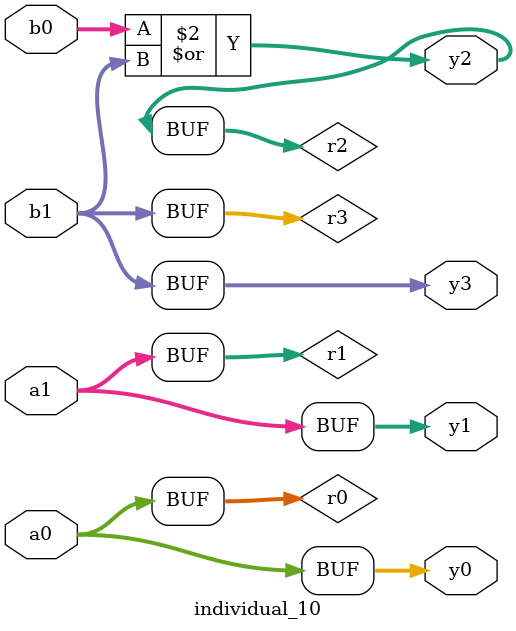
<source format=sv>
module individual_10(input logic [15:0] a1, input logic [15:0] a0, input logic [15:0] b1, input logic [15:0] b0, output logic [15:0] y3, output logic [15:0] y2, output logic [15:0] y1, output logic [15:0] y0);
logic [15:0] r0, r1, r2, r3; 
 always@(*) begin 
	 r0 = a0; r1 = a1; r2 = b0; r3 = b1; 
 	 r2  |=  r3 ;
 	 y3 = r3; y2 = r2; y1 = r1; y0 = r0; 
end
endmodule
</source>
